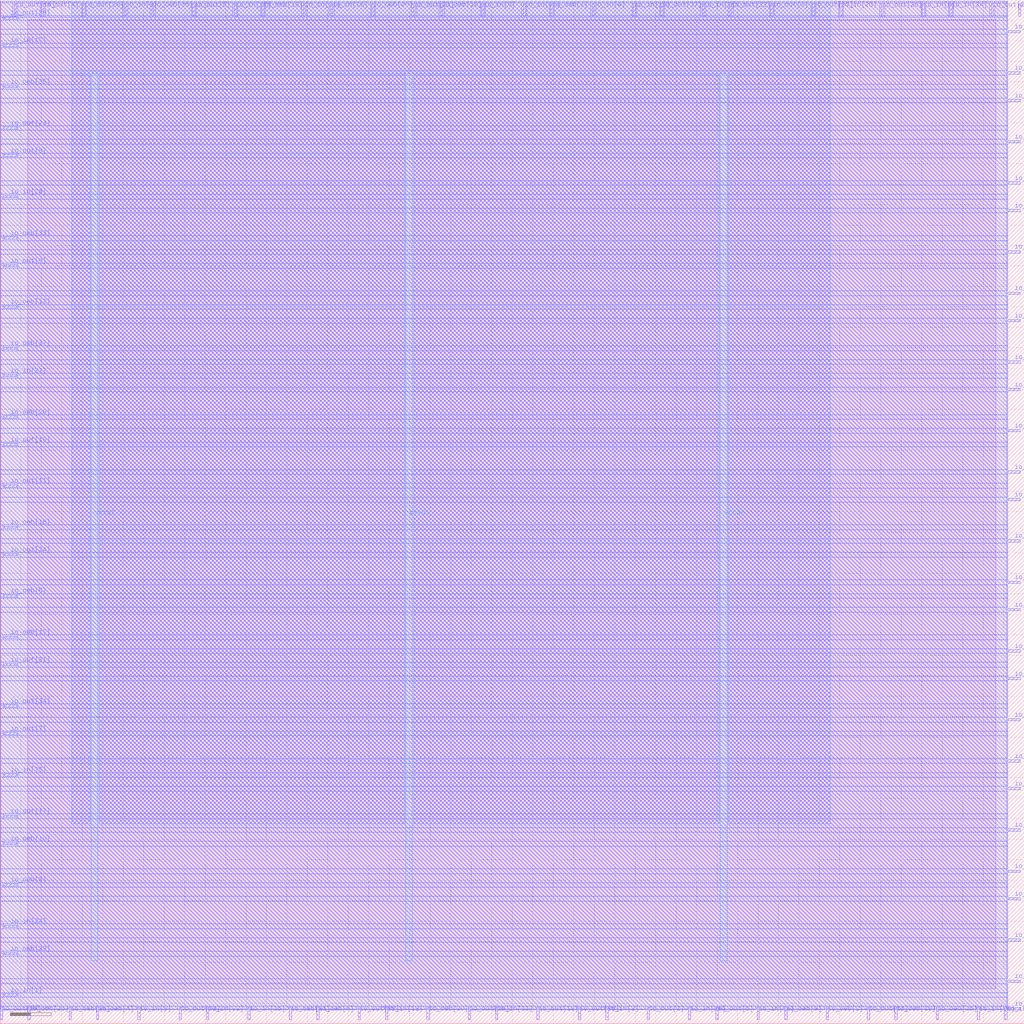
<source format=lef>
VERSION 5.7 ;
  NOWIREEXTENSIONATPIN ON ;
  DIVIDERCHAR "/" ;
  BUSBITCHARS "[]" ;
MACRO tiny_user_project
  CLASS BLOCK ;
  FOREIGN tiny_user_project ;
  ORIGIN 0.000 0.000 ;
  SIZE 250.000 BY 250.000 ;
  PIN io_in[0]
    DIRECTION INPUT ;
    USE SIGNAL ;
    PORT
      LAYER Metal2 ;
        RECT 117.600 246.000 118.160 249.000 ;
    END
  END io_in[0]
  PIN io_in[10]
    DIRECTION INPUT ;
    USE SIGNAL ;
    PORT
      LAYER Metal2 ;
        RECT 248.640 246.000 249.200 249.000 ;
    END
  END io_in[10]
  PIN io_in[11]
    DIRECTION INPUT ;
    USE SIGNAL ;
    PORT
      LAYER Metal2 ;
        RECT 120.960 1.000 121.520 4.000 ;
    END
  END io_in[11]
  PIN io_in[12]
    DIRECTION INPUT ;
    USE SIGNAL ;
    PORT
      LAYER Metal2 ;
        RECT 57.120 246.000 57.680 249.000 ;
    END
  END io_in[12]
  PIN io_in[13]
    DIRECTION INPUT ;
    USE SIGNAL ;
    PORT
      LAYER Metal2 ;
        RECT 245.280 1.000 245.840 4.000 ;
    END
  END io_in[13]
  PIN io_in[14]
    DIRECTION INPUT ;
    USE SIGNAL ;
    PORT
      LAYER Metal3 ;
        RECT 246.000 215.040 249.000 215.600 ;
    END
  END io_in[14]
  PIN io_in[15]
    DIRECTION INPUT ;
    USE SIGNAL ;
    PORT
      LAYER Metal2 ;
        RECT 184.800 1.000 185.360 4.000 ;
    END
  END io_in[15]
  PIN io_in[16]
    DIRECTION INPUT ;
    USE SIGNAL ;
    PORT
      LAYER Metal2 ;
        RECT 60.480 1.000 61.040 4.000 ;
    END
  END io_in[16]
  PIN io_in[17]
    DIRECTION INPUT ;
    USE SIGNAL ;
    PORT
      LAYER Metal3 ;
        RECT 1.000 238.560 4.000 239.120 ;
    END
  END io_in[17]
  PIN io_in[18]
    DIRECTION INPUT ;
    USE SIGNAL ;
    PORT
      LAYER Metal2 ;
        RECT 94.080 1.000 94.640 4.000 ;
    END
  END io_in[18]
  PIN io_in[19]
    DIRECTION INPUT ;
    USE SIGNAL ;
    PORT
      LAYER Metal2 ;
        RECT 154.560 246.000 155.120 249.000 ;
    END
  END io_in[19]
  PIN io_in[1]
    DIRECTION INPUT ;
    USE SIGNAL ;
    PORT
      LAYER Metal3 ;
        RECT 1.000 6.720 4.000 7.280 ;
    END
  END io_in[1]
  PIN io_in[20]
    DIRECTION INPUT ;
    USE SIGNAL ;
    PORT
      LAYER Metal2 ;
        RECT 168.000 1.000 168.560 4.000 ;
    END
  END io_in[20]
  PIN io_in[21]
    DIRECTION INPUT ;
    USE SIGNAL ;
    PORT
      LAYER Metal3 ;
        RECT 1.000 157.920 4.000 158.480 ;
    END
  END io_in[21]
  PIN io_in[22]
    DIRECTION INPUT ;
    USE SIGNAL ;
    PORT
      LAYER Metal3 ;
        RECT 246.000 100.800 249.000 101.360 ;
    END
  END io_in[22]
  PIN io_in[23]
    DIRECTION INPUT ;
    USE SIGNAL ;
    PORT
      LAYER Metal3 ;
        RECT 246.000 231.840 249.000 232.400 ;
    END
  END io_in[23]
  PIN io_in[24]
    DIRECTION INPUT ;
    USE SIGNAL ;
    PORT
      LAYER Metal3 ;
        RECT 1.000 23.520 4.000 24.080 ;
    END
  END io_in[24]
  PIN io_in[25]
    DIRECTION INPUT ;
    USE SIGNAL ;
    PORT
      LAYER Metal2 ;
        RECT 204.960 246.000 205.520 249.000 ;
    END
  END io_in[25]
  PIN io_in[26]
    DIRECTION INPUT ;
    USE SIGNAL ;
    PORT
      LAYER Metal3 ;
        RECT 1.000 201.600 4.000 202.160 ;
    END
  END io_in[26]
  PIN io_in[27]
    DIRECTION INPUT ;
    USE SIGNAL ;
    PORT
      LAYER Metal3 ;
        RECT 246.000 73.920 249.000 74.480 ;
    END
  END io_in[27]
  PIN io_in[28]
    DIRECTION INPUT ;
    USE SIGNAL ;
    PORT
      LAYER Metal3 ;
        RECT 246.000 204.960 249.000 205.520 ;
    END
  END io_in[28]
  PIN io_in[29]
    DIRECTION INPUT ;
    USE SIGNAL ;
    PORT
      LAYER Metal2 ;
        RECT 238.560 1.000 239.120 4.000 ;
    END
  END io_in[29]
  PIN io_in[2]
    DIRECTION INPUT ;
    USE SIGNAL ;
    PORT
      LAYER Metal2 ;
        RECT 147.840 1.000 148.400 4.000 ;
    END
  END io_in[2]
  PIN io_in[30]
    DIRECTION INPUT ;
    USE SIGNAL ;
    PORT
      LAYER Metal3 ;
        RECT 246.000 20.160 249.000 20.720 ;
    END
  END io_in[30]
  PIN io_in[31]
    DIRECTION INPUT ;
    USE SIGNAL ;
    PORT
      LAYER Metal2 ;
        RECT 73.920 246.000 74.480 249.000 ;
    END
  END io_in[31]
  PIN io_in[32]
    DIRECTION INPUT ;
    USE SIGNAL ;
    PORT
      LAYER Metal2 ;
        RECT 50.400 1.000 50.960 4.000 ;
    END
  END io_in[32]
  PIN io_in[33]
    DIRECTION INPUT ;
    USE SIGNAL ;
    PORT
      LAYER Metal2 ;
        RECT 127.680 246.000 128.240 249.000 ;
    END
  END io_in[33]
  PIN io_in[34]
    DIRECTION INPUT ;
    USE SIGNAL ;
    PORT
      LAYER Metal2 ;
        RECT 231.840 246.000 232.400 249.000 ;
    END
  END io_in[34]
  PIN io_in[35]
    DIRECTION INPUT ;
    USE SIGNAL ;
    PORT
      LAYER Metal3 ;
        RECT 1.000 60.480 4.000 61.040 ;
    END
  END io_in[35]
  PIN io_in[36]
    DIRECTION INPUT ;
    USE SIGNAL ;
    PORT
      LAYER Metal2 ;
        RECT 80.640 246.000 81.200 249.000 ;
    END
  END io_in[36]
  PIN io_in[37]
    DIRECTION INPUT ;
    USE SIGNAL ;
    PORT
      LAYER Metal3 ;
        RECT 246.000 225.120 249.000 225.680 ;
    END
  END io_in[37]
  PIN io_in[3]
    DIRECTION INPUT ;
    USE SIGNAL ;
    PORT
      LAYER Metal3 ;
        RECT 246.000 127.680 249.000 128.240 ;
    END
  END io_in[3]
  PIN io_in[4]
    DIRECTION INPUT ;
    USE SIGNAL ;
    PORT
      LAYER Metal2 ;
        RECT 144.480 246.000 145.040 249.000 ;
    END
  END io_in[4]
  PIN io_in[5]
    DIRECTION INPUT ;
    USE SIGNAL ;
    PORT
      LAYER Metal2 ;
        RECT 33.600 1.000 34.160 4.000 ;
    END
  END io_in[5]
  PIN io_in[6]
    DIRECTION INPUT ;
    USE SIGNAL ;
    PORT
      LAYER Metal2 ;
        RECT 225.120 246.000 225.680 249.000 ;
    END
  END io_in[6]
  PIN io_in[7]
    DIRECTION INPUT ;
    USE SIGNAL ;
    PORT
      LAYER Metal2 ;
        RECT 171.360 246.000 171.920 249.000 ;
    END
  END io_in[7]
  PIN io_in[8]
    DIRECTION INPUT ;
    USE SIGNAL ;
    PORT
      LAYER Metal2 ;
        RECT 30.240 246.000 30.800 249.000 ;
    END
  END io_in[8]
  PIN io_in[9]
    DIRECTION INPUT ;
    USE SIGNAL ;
    PORT
      LAYER Metal3 ;
        RECT 246.000 241.920 249.000 242.480 ;
    END
  END io_in[9]
  PIN io_oeb[0]
    DIRECTION OUTPUT TRISTATE ;
    USE SIGNAL ;
    PORT
      LAYER Metal2 ;
        RECT 77.280 1.000 77.840 4.000 ;
    END
  END io_oeb[0]
  PIN io_oeb[10]
    DIRECTION OUTPUT TRISTATE ;
    USE SIGNAL ;
    PORT
      LAYER Metal3 ;
        RECT 1.000 43.680 4.000 44.240 ;
    END
  END io_oeb[10]
  PIN io_oeb[11]
    DIRECTION OUTPUT TRISTATE ;
    USE SIGNAL ;
    PORT
      LAYER Metal3 ;
        RECT 246.000 171.360 249.000 171.920 ;
    END
  END io_oeb[11]
  PIN io_oeb[12]
    DIRECTION OUTPUT TRISTATE ;
    USE SIGNAL ;
    PORT
      LAYER Metal3 ;
        RECT 1.000 174.720 4.000 175.280 ;
    END
  END io_oeb[12]
  PIN io_oeb[13]
    DIRECTION OUTPUT TRISTATE ;
    USE SIGNAL ;
    PORT
      LAYER Metal3 ;
        RECT 1.000 94.080 4.000 94.640 ;
    END
  END io_oeb[13]
  PIN io_oeb[14]
    DIRECTION OUTPUT TRISTATE ;
    USE SIGNAL ;
    PORT
      LAYER Metal3 ;
        RECT 246.000 57.120 249.000 57.680 ;
    END
  END io_oeb[14]
  PIN io_oeb[15]
    DIRECTION OUTPUT TRISTATE ;
    USE SIGNAL ;
    PORT
      LAYER Metal2 ;
        RECT 218.400 1.000 218.960 4.000 ;
    END
  END io_oeb[15]
  PIN io_oeb[16]
    DIRECTION OUTPUT TRISTATE ;
    USE SIGNAL ;
    PORT
      LAYER Metal3 ;
        RECT 1.000 120.960 4.000 121.520 ;
    END
  END io_oeb[16]
  PIN io_oeb[17]
    DIRECTION OUTPUT TRISTATE ;
    USE SIGNAL ;
    PORT
      LAYER Metal3 ;
        RECT 246.000 134.400 249.000 134.960 ;
    END
  END io_oeb[17]
  PIN io_oeb[18]
    DIRECTION OUTPUT TRISTATE ;
    USE SIGNAL ;
    PORT
      LAYER Metal2 ;
        RECT 107.520 246.000 108.080 249.000 ;
    END
  END io_oeb[18]
  PIN io_oeb[19]
    DIRECTION OUTPUT TRISTATE ;
    USE SIGNAL ;
    PORT
      LAYER Metal2 ;
        RECT 63.840 246.000 64.400 249.000 ;
    END
  END io_oeb[19]
  PIN io_oeb[1]
    DIRECTION OUTPUT TRISTATE ;
    USE SIGNAL ;
    PORT
      LAYER Metal2 ;
        RECT 134.400 246.000 134.960 249.000 ;
    END
  END io_oeb[1]
  PIN io_oeb[20]
    DIRECTION OUTPUT TRISTATE ;
    USE SIGNAL ;
    PORT
      LAYER Metal2 ;
        RECT 90.720 246.000 91.280 249.000 ;
    END
  END io_oeb[20]
  PIN io_oeb[21]
    DIRECTION OUTPUT TRISTATE ;
    USE SIGNAL ;
    PORT
      LAYER Metal2 ;
        RECT 70.560 1.000 71.120 4.000 ;
    END
  END io_oeb[21]
  PIN io_oeb[22]
    DIRECTION OUTPUT TRISTATE ;
    USE SIGNAL ;
    PORT
      LAYER Metal3 ;
        RECT 246.000 63.840 249.000 64.400 ;
    END
  END io_oeb[22]
  PIN io_oeb[23]
    DIRECTION OUTPUT TRISTATE ;
    USE SIGNAL ;
    PORT
      LAYER Metal3 ;
        RECT 246.000 30.240 249.000 30.800 ;
    END
  END io_oeb[23]
  PIN io_oeb[24]
    DIRECTION OUTPUT TRISTATE ;
    USE SIGNAL ;
    PORT
      LAYER Metal3 ;
        RECT 246.000 161.280 249.000 161.840 ;
    END
  END io_oeb[24]
  PIN io_oeb[25]
    DIRECTION OUTPUT TRISTATE ;
    USE SIGNAL ;
    PORT
      LAYER Metal2 ;
        RECT 16.800 1.000 17.360 4.000 ;
    END
  END io_oeb[25]
  PIN io_oeb[26]
    DIRECTION OUTPUT TRISTATE ;
    USE SIGNAL ;
    PORT
      LAYER Metal2 ;
        RECT 228.480 1.000 229.040 4.000 ;
    END
  END io_oeb[26]
  PIN io_oeb[27]
    DIRECTION OUTPUT TRISTATE ;
    USE SIGNAL ;
    PORT
      LAYER Metal3 ;
        RECT 246.000 47.040 249.000 47.600 ;
    END
  END io_oeb[27]
  PIN io_oeb[28]
    DIRECTION OUTPUT TRISTATE ;
    USE SIGNAL ;
    PORT
      LAYER Metal3 ;
        RECT 1.000 147.840 4.000 148.400 ;
    END
  END io_oeb[28]
  PIN io_oeb[29]
    DIRECTION OUTPUT TRISTATE ;
    USE SIGNAL ;
    PORT
      LAYER Metal3 ;
        RECT 1.000 16.800 4.000 17.360 ;
    END
  END io_oeb[29]
  PIN io_oeb[2]
    DIRECTION OUTPUT TRISTATE ;
    USE SIGNAL ;
    PORT
      LAYER Metal2 ;
        RECT 201.600 1.000 202.160 4.000 ;
    END
  END io_oeb[2]
  PIN io_oeb[30]
    DIRECTION OUTPUT TRISTATE ;
    USE SIGNAL ;
    PORT
      LAYER Metal2 ;
        RECT 104.160 1.000 104.720 4.000 ;
    END
  END io_oeb[30]
  PIN io_oeb[31]
    DIRECTION OUTPUT TRISTATE ;
    USE SIGNAL ;
    PORT
      LAYER Metal3 ;
        RECT 246.000 84.000 249.000 84.560 ;
    END
  END io_oeb[31]
  PIN io_oeb[32]
    DIRECTION OUTPUT TRISTATE ;
    USE SIGNAL ;
    PORT
      LAYER Metal3 ;
        RECT 246.000 188.160 249.000 188.720 ;
    END
  END io_oeb[32]
  PIN io_oeb[33]
    DIRECTION OUTPUT TRISTATE ;
    USE SIGNAL ;
    PORT
      LAYER Metal3 ;
        RECT 1.000 191.520 4.000 192.080 ;
    END
  END io_oeb[33]
  PIN io_oeb[34]
    DIRECTION OUTPUT TRISTATE ;
    USE SIGNAL ;
    PORT
      LAYER Metal3 ;
        RECT 246.000 10.080 249.000 10.640 ;
    END
  END io_oeb[34]
  PIN io_oeb[35]
    DIRECTION OUTPUT TRISTATE ;
    USE SIGNAL ;
    PORT
      LAYER Metal3 ;
        RECT 1.000 228.480 4.000 229.040 ;
    END
  END io_oeb[35]
  PIN io_oeb[36]
    DIRECTION OUTPUT TRISTATE ;
    USE SIGNAL ;
    PORT
      LAYER Metal2 ;
        RECT 36.960 246.000 37.520 249.000 ;
    END
  END io_oeb[36]
  PIN io_oeb[37]
    DIRECTION OUTPUT TRISTATE ;
    USE SIGNAL ;
    PORT
      LAYER Metal3 ;
        RECT 1.000 164.640 4.000 165.200 ;
    END
  END io_oeb[37]
  PIN io_oeb[3]
    DIRECTION OUTPUT TRISTATE ;
    USE SIGNAL ;
    PORT
      LAYER Metal3 ;
        RECT 1.000 33.600 4.000 34.160 ;
    END
  END io_oeb[3]
  PIN io_oeb[4]
    DIRECTION OUTPUT TRISTATE ;
    USE SIGNAL ;
    PORT
      LAYER Metal2 ;
        RECT 23.520 1.000 24.080 4.000 ;
    END
  END io_oeb[4]
  PIN io_oeb[5]
    DIRECTION OUTPUT TRISTATE ;
    USE SIGNAL ;
    PORT
      LAYER Metal3 ;
        RECT 1.000 104.160 4.000 104.720 ;
    END
  END io_oeb[5]
  PIN io_oeb[6]
    DIRECTION OUTPUT TRISTATE ;
    USE SIGNAL ;
    PORT
      LAYER Metal3 ;
        RECT 246.000 3.360 249.000 3.920 ;
    END
  END io_oeb[6]
  PIN io_oeb[7]
    DIRECTION OUTPUT TRISTATE ;
    USE SIGNAL ;
    PORT
      LAYER Metal3 ;
        RECT 246.000 144.480 249.000 145.040 ;
    END
  END io_oeb[7]
  PIN io_oeb[8]
    DIRECTION OUTPUT TRISTATE ;
    USE SIGNAL ;
    PORT
      LAYER Metal3 ;
        RECT 246.000 90.720 249.000 91.280 ;
    END
  END io_oeb[8]
  PIN io_oeb[9]
    DIRECTION OUTPUT TRISTATE ;
    USE SIGNAL ;
    PORT
      LAYER Metal2 ;
        RECT 191.520 1.000 192.080 4.000 ;
    END
  END io_oeb[9]
  PIN io_out[0]
    DIRECTION OUTPUT TRISTATE ;
    USE SIGNAL ;
    PORT
      LAYER Metal3 ;
        RECT 1.000 184.800 4.000 185.360 ;
    END
  END io_out[0]
  PIN io_out[10]
    DIRECTION OUTPUT TRISTATE ;
    USE SIGNAL ;
    PORT
      LAYER Metal3 ;
        RECT 1.000 141.120 4.000 141.680 ;
    END
  END io_out[10]
  PIN io_out[11]
    DIRECTION OUTPUT TRISTATE ;
    USE SIGNAL ;
    PORT
      LAYER Metal3 ;
        RECT 1.000 131.040 4.000 131.600 ;
    END
  END io_out[11]
  PIN io_out[12]
    DIRECTION OUTPUT TRISTATE ;
    USE SIGNAL ;
    PORT
      LAYER Metal3 ;
        RECT 246.000 107.520 249.000 108.080 ;
    END
  END io_out[12]
  PIN io_out[13]
    DIRECTION OUTPUT TRISTATE ;
    USE SIGNAL ;
    PORT
      LAYER Metal3 ;
        RECT 246.000 178.080 249.000 178.640 ;
    END
  END io_out[13]
  PIN io_out[14]
    DIRECTION OUTPUT TRISTATE ;
    USE SIGNAL ;
    PORT
      LAYER Metal2 ;
        RECT 211.680 1.000 212.240 4.000 ;
    END
  END io_out[14]
  PIN io_out[15]
    DIRECTION OUTPUT TRISTATE ;
    USE SIGNAL ;
    PORT
      LAYER Metal3 ;
        RECT 246.000 198.240 249.000 198.800 ;
    END
  END io_out[15]
  PIN io_out[16]
    DIRECTION OUTPUT TRISTATE ;
    USE SIGNAL ;
    PORT
      LAYER Metal2 ;
        RECT 3.360 246.000 3.920 249.000 ;
    END
  END io_out[16]
  PIN io_out[17]
    DIRECTION OUTPUT TRISTATE ;
    USE SIGNAL ;
    PORT
      LAYER Metal3 ;
        RECT 1.000 50.400 4.000 50.960 ;
    END
  END io_out[17]
  PIN io_out[18]
    DIRECTION OUTPUT TRISTATE ;
    USE SIGNAL ;
    PORT
      LAYER Metal2 ;
        RECT 131.040 1.000 131.600 4.000 ;
    END
  END io_out[18]
  PIN io_out[19]
    DIRECTION OUTPUT TRISTATE ;
    USE SIGNAL ;
    PORT
      LAYER Metal2 ;
        RECT 0.000 1.000 0.560 4.000 ;
    END
  END io_out[19]
  PIN io_out[1]
    DIRECTION OUTPUT TRISTATE ;
    USE SIGNAL ;
    PORT
      LAYER Metal2 ;
        RECT 157.920 1.000 158.480 4.000 ;
    END
  END io_out[1]
  PIN io_out[20]
    DIRECTION OUTPUT TRISTATE ;
    USE SIGNAL ;
    PORT
      LAYER Metal2 ;
        RECT 20.160 246.000 20.720 249.000 ;
    END
  END io_out[20]
  PIN io_out[21]
    DIRECTION OUTPUT TRISTATE ;
    USE SIGNAL ;
    PORT
      LAYER Metal2 ;
        RECT 100.800 246.000 101.360 249.000 ;
    END
  END io_out[21]
  PIN io_out[22]
    DIRECTION OUTPUT TRISTATE ;
    USE SIGNAL ;
    PORT
      LAYER Metal2 ;
        RECT 178.080 246.000 178.640 249.000 ;
    END
  END io_out[22]
  PIN io_out[23]
    DIRECTION OUTPUT TRISTATE ;
    USE SIGNAL ;
    PORT
      LAYER Metal3 ;
        RECT 1.000 218.400 4.000 218.960 ;
    END
  END io_out[23]
  PIN io_out[24]
    DIRECTION OUTPUT TRISTATE ;
    USE SIGNAL ;
    PORT
      LAYER Metal3 ;
        RECT 1.000 114.240 4.000 114.800 ;
    END
  END io_out[24]
  PIN io_out[25]
    DIRECTION OUTPUT TRISTATE ;
    USE SIGNAL ;
    PORT
      LAYER Metal2 ;
        RECT 6.720 1.000 7.280 4.000 ;
    END
  END io_out[25]
  PIN io_out[26]
    DIRECTION OUTPUT TRISTATE ;
    USE SIGNAL ;
    PORT
      LAYER Metal2 ;
        RECT 215.040 246.000 215.600 249.000 ;
    END
  END io_out[26]
  PIN io_out[27]
    DIRECTION OUTPUT TRISTATE ;
    USE SIGNAL ;
    PORT
      LAYER Metal2 ;
        RECT 161.280 246.000 161.840 249.000 ;
    END
  END io_out[27]
  PIN io_out[28]
    DIRECTION OUTPUT TRISTATE ;
    USE SIGNAL ;
    PORT
      LAYER Metal2 ;
        RECT 114.240 1.000 114.800 4.000 ;
    END
  END io_out[28]
  PIN io_out[29]
    DIRECTION OUTPUT TRISTATE ;
    USE SIGNAL ;
    PORT
      LAYER Metal2 ;
        RECT 241.920 246.000 242.480 249.000 ;
    END
  END io_out[29]
  PIN io_out[2]
    DIRECTION OUTPUT TRISTATE ;
    USE SIGNAL ;
    PORT
      LAYER Metal3 ;
        RECT 246.000 36.960 249.000 37.520 ;
    END
  END io_out[2]
  PIN io_out[30]
    DIRECTION OUTPUT TRISTATE ;
    USE SIGNAL ;
    PORT
      LAYER Metal3 ;
        RECT 1.000 245.280 4.000 245.840 ;
    END
  END io_out[30]
  PIN io_out[31]
    DIRECTION OUTPUT TRISTATE ;
    USE SIGNAL ;
    PORT
      LAYER Metal3 ;
        RECT 1.000 87.360 4.000 87.920 ;
    END
  END io_out[31]
  PIN io_out[32]
    DIRECTION OUTPUT TRISTATE ;
    USE SIGNAL ;
    PORT
      LAYER Metal2 ;
        RECT 43.680 1.000 44.240 4.000 ;
    END
  END io_out[32]
  PIN io_out[33]
    DIRECTION OUTPUT TRISTATE ;
    USE SIGNAL ;
    PORT
      LAYER Metal2 ;
        RECT 87.360 1.000 87.920 4.000 ;
    END
  END io_out[33]
  PIN io_out[34]
    DIRECTION OUTPUT TRISTATE ;
    USE SIGNAL ;
    PORT
      LAYER Metal3 ;
        RECT 1.000 77.280 4.000 77.840 ;
    END
  END io_out[34]
  PIN io_out[35]
    DIRECTION OUTPUT TRISTATE ;
    USE SIGNAL ;
    PORT
      LAYER Metal3 ;
        RECT 246.000 154.560 249.000 155.120 ;
    END
  END io_out[35]
  PIN io_out[36]
    DIRECTION OUTPUT TRISTATE ;
    USE SIGNAL ;
    PORT
      LAYER Metal2 ;
        RECT 141.120 1.000 141.680 4.000 ;
    END
  END io_out[36]
  PIN io_out[37]
    DIRECTION OUTPUT TRISTATE ;
    USE SIGNAL ;
    PORT
      LAYER Metal2 ;
        RECT 198.240 246.000 198.800 249.000 ;
    END
  END io_out[37]
  PIN io_out[3]
    DIRECTION OUTPUT TRISTATE ;
    USE SIGNAL ;
    PORT
      LAYER Metal2 ;
        RECT 188.160 246.000 188.720 249.000 ;
    END
  END io_out[3]
  PIN io_out[4]
    DIRECTION OUTPUT TRISTATE ;
    USE SIGNAL ;
    PORT
      LAYER Metal2 ;
        RECT 10.080 246.000 10.640 249.000 ;
    END
  END io_out[4]
  PIN io_out[5]
    DIRECTION OUTPUT TRISTATE ;
    USE SIGNAL ;
    PORT
      LAYER Metal2 ;
        RECT 47.040 246.000 47.600 249.000 ;
    END
  END io_out[5]
  PIN io_out[6]
    DIRECTION OUTPUT TRISTATE ;
    USE SIGNAL ;
    PORT
      LAYER Metal2 ;
        RECT 174.720 1.000 175.280 4.000 ;
    END
  END io_out[6]
  PIN io_out[7]
    DIRECTION OUTPUT TRISTATE ;
    USE SIGNAL ;
    PORT
      LAYER Metal3 ;
        RECT 1.000 70.560 4.000 71.120 ;
    END
  END io_out[7]
  PIN io_out[8]
    DIRECTION OUTPUT TRISTATE ;
    USE SIGNAL ;
    PORT
      LAYER Metal3 ;
        RECT 1.000 211.680 4.000 212.240 ;
    END
  END io_out[8]
  PIN io_out[9]
    DIRECTION OUTPUT TRISTATE ;
    USE SIGNAL ;
    PORT
      LAYER Metal3 ;
        RECT 246.000 117.600 249.000 118.160 ;
    END
  END io_out[9]
  PIN vccd1
    DIRECTION INOUT ;
    USE POWER ;
    PORT
      LAYER Metal4 ;
        RECT 22.240 15.380 23.840 231.580 ;
    END
    PORT
      LAYER Metal4 ;
        RECT 175.840 15.380 177.440 231.580 ;
    END
  END vccd1
  PIN vssd1
    DIRECTION INOUT ;
    USE GROUND ;
    PORT
      LAYER Metal4 ;
        RECT 99.040 15.380 100.640 231.580 ;
    END
  END vssd1
  OBS
      LAYER Metal1 ;
        RECT 6.720 8.550 243.040 245.130 ;
      LAYER Metal2 ;
        RECT 0.140 249.300 245.700 249.670 ;
        RECT 0.140 245.700 3.060 249.300 ;
        RECT 4.220 245.700 9.780 249.300 ;
        RECT 10.940 245.700 19.860 249.300 ;
        RECT 21.020 245.700 29.940 249.300 ;
        RECT 31.100 245.700 36.660 249.300 ;
        RECT 37.820 245.700 46.740 249.300 ;
        RECT 47.900 245.700 56.820 249.300 ;
        RECT 57.980 245.700 63.540 249.300 ;
        RECT 64.700 245.700 73.620 249.300 ;
        RECT 74.780 245.700 80.340 249.300 ;
        RECT 81.500 245.700 90.420 249.300 ;
        RECT 91.580 245.700 100.500 249.300 ;
        RECT 101.660 245.700 107.220 249.300 ;
        RECT 108.380 245.700 117.300 249.300 ;
        RECT 118.460 245.700 127.380 249.300 ;
        RECT 128.540 245.700 134.100 249.300 ;
        RECT 135.260 245.700 144.180 249.300 ;
        RECT 145.340 245.700 154.260 249.300 ;
        RECT 155.420 245.700 160.980 249.300 ;
        RECT 162.140 245.700 171.060 249.300 ;
        RECT 172.220 245.700 177.780 249.300 ;
        RECT 178.940 245.700 187.860 249.300 ;
        RECT 189.020 245.700 197.940 249.300 ;
        RECT 199.100 245.700 204.660 249.300 ;
        RECT 205.820 245.700 214.740 249.300 ;
        RECT 215.900 245.700 224.820 249.300 ;
        RECT 225.980 245.700 231.540 249.300 ;
        RECT 232.700 245.700 241.620 249.300 ;
        RECT 242.780 245.700 245.700 249.300 ;
        RECT 0.140 4.300 245.700 245.700 ;
        RECT 0.860 3.450 6.420 4.300 ;
        RECT 7.580 3.450 16.500 4.300 ;
        RECT 17.660 3.450 23.220 4.300 ;
        RECT 24.380 3.450 33.300 4.300 ;
        RECT 34.460 3.450 43.380 4.300 ;
        RECT 44.540 3.450 50.100 4.300 ;
        RECT 51.260 3.450 60.180 4.300 ;
        RECT 61.340 3.450 70.260 4.300 ;
        RECT 71.420 3.450 76.980 4.300 ;
        RECT 78.140 3.450 87.060 4.300 ;
        RECT 88.220 3.450 93.780 4.300 ;
        RECT 94.940 3.450 103.860 4.300 ;
        RECT 105.020 3.450 113.940 4.300 ;
        RECT 115.100 3.450 120.660 4.300 ;
        RECT 121.820 3.450 130.740 4.300 ;
        RECT 131.900 3.450 140.820 4.300 ;
        RECT 141.980 3.450 147.540 4.300 ;
        RECT 148.700 3.450 157.620 4.300 ;
        RECT 158.780 3.450 167.700 4.300 ;
        RECT 168.860 3.450 174.420 4.300 ;
        RECT 175.580 3.450 184.500 4.300 ;
        RECT 185.660 3.450 191.220 4.300 ;
        RECT 192.380 3.450 201.300 4.300 ;
        RECT 202.460 3.450 211.380 4.300 ;
        RECT 212.540 3.450 218.100 4.300 ;
        RECT 219.260 3.450 228.180 4.300 ;
        RECT 229.340 3.450 238.260 4.300 ;
        RECT 239.420 3.450 244.980 4.300 ;
      LAYER Metal3 ;
        RECT 0.090 246.140 246.000 249.620 ;
        RECT 0.090 244.980 0.700 246.140 ;
        RECT 4.300 244.980 246.000 246.140 ;
        RECT 0.090 242.780 246.000 244.980 ;
        RECT 0.090 241.620 245.700 242.780 ;
        RECT 0.090 239.420 246.000 241.620 ;
        RECT 0.090 238.260 0.700 239.420 ;
        RECT 4.300 238.260 246.000 239.420 ;
        RECT 0.090 232.700 246.000 238.260 ;
        RECT 0.090 231.540 245.700 232.700 ;
        RECT 0.090 229.340 246.000 231.540 ;
        RECT 0.090 228.180 0.700 229.340 ;
        RECT 4.300 228.180 246.000 229.340 ;
        RECT 0.090 225.980 246.000 228.180 ;
        RECT 0.090 224.820 245.700 225.980 ;
        RECT 0.090 219.260 246.000 224.820 ;
        RECT 0.090 218.100 0.700 219.260 ;
        RECT 4.300 218.100 246.000 219.260 ;
        RECT 0.090 215.900 246.000 218.100 ;
        RECT 0.090 214.740 245.700 215.900 ;
        RECT 0.090 212.540 246.000 214.740 ;
        RECT 0.090 211.380 0.700 212.540 ;
        RECT 4.300 211.380 246.000 212.540 ;
        RECT 0.090 205.820 246.000 211.380 ;
        RECT 0.090 204.660 245.700 205.820 ;
        RECT 0.090 202.460 246.000 204.660 ;
        RECT 0.090 201.300 0.700 202.460 ;
        RECT 4.300 201.300 246.000 202.460 ;
        RECT 0.090 199.100 246.000 201.300 ;
        RECT 0.090 197.940 245.700 199.100 ;
        RECT 0.090 192.380 246.000 197.940 ;
        RECT 0.090 191.220 0.700 192.380 ;
        RECT 4.300 191.220 246.000 192.380 ;
        RECT 0.090 189.020 246.000 191.220 ;
        RECT 0.090 187.860 245.700 189.020 ;
        RECT 0.090 185.660 246.000 187.860 ;
        RECT 0.090 184.500 0.700 185.660 ;
        RECT 4.300 184.500 246.000 185.660 ;
        RECT 0.090 178.940 246.000 184.500 ;
        RECT 0.090 177.780 245.700 178.940 ;
        RECT 0.090 175.580 246.000 177.780 ;
        RECT 0.090 174.420 0.700 175.580 ;
        RECT 4.300 174.420 246.000 175.580 ;
        RECT 0.090 172.220 246.000 174.420 ;
        RECT 0.090 171.060 245.700 172.220 ;
        RECT 0.090 165.500 246.000 171.060 ;
        RECT 0.090 164.340 0.700 165.500 ;
        RECT 4.300 164.340 246.000 165.500 ;
        RECT 0.090 162.140 246.000 164.340 ;
        RECT 0.090 160.980 245.700 162.140 ;
        RECT 0.090 158.780 246.000 160.980 ;
        RECT 0.090 157.620 0.700 158.780 ;
        RECT 4.300 157.620 246.000 158.780 ;
        RECT 0.090 155.420 246.000 157.620 ;
        RECT 0.090 154.260 245.700 155.420 ;
        RECT 0.090 148.700 246.000 154.260 ;
        RECT 0.090 147.540 0.700 148.700 ;
        RECT 4.300 147.540 246.000 148.700 ;
        RECT 0.090 145.340 246.000 147.540 ;
        RECT 0.090 144.180 245.700 145.340 ;
        RECT 0.090 141.980 246.000 144.180 ;
        RECT 0.090 140.820 0.700 141.980 ;
        RECT 4.300 140.820 246.000 141.980 ;
        RECT 0.090 135.260 246.000 140.820 ;
        RECT 0.090 134.100 245.700 135.260 ;
        RECT 0.090 131.900 246.000 134.100 ;
        RECT 0.090 130.740 0.700 131.900 ;
        RECT 4.300 130.740 246.000 131.900 ;
        RECT 0.090 128.540 246.000 130.740 ;
        RECT 0.090 127.380 245.700 128.540 ;
        RECT 0.090 121.820 246.000 127.380 ;
        RECT 0.090 120.660 0.700 121.820 ;
        RECT 4.300 120.660 246.000 121.820 ;
        RECT 0.090 118.460 246.000 120.660 ;
        RECT 0.090 117.300 245.700 118.460 ;
        RECT 0.090 115.100 246.000 117.300 ;
        RECT 0.090 113.940 0.700 115.100 ;
        RECT 4.300 113.940 246.000 115.100 ;
        RECT 0.090 108.380 246.000 113.940 ;
        RECT 0.090 107.220 245.700 108.380 ;
        RECT 0.090 105.020 246.000 107.220 ;
        RECT 0.090 103.860 0.700 105.020 ;
        RECT 4.300 103.860 246.000 105.020 ;
        RECT 0.090 101.660 246.000 103.860 ;
        RECT 0.090 100.500 245.700 101.660 ;
        RECT 0.090 94.940 246.000 100.500 ;
        RECT 0.090 93.780 0.700 94.940 ;
        RECT 4.300 93.780 246.000 94.940 ;
        RECT 0.090 91.580 246.000 93.780 ;
        RECT 0.090 90.420 245.700 91.580 ;
        RECT 0.090 88.220 246.000 90.420 ;
        RECT 0.090 87.060 0.700 88.220 ;
        RECT 4.300 87.060 246.000 88.220 ;
        RECT 0.090 84.860 246.000 87.060 ;
        RECT 0.090 83.700 245.700 84.860 ;
        RECT 0.090 78.140 246.000 83.700 ;
        RECT 0.090 76.980 0.700 78.140 ;
        RECT 4.300 76.980 246.000 78.140 ;
        RECT 0.090 74.780 246.000 76.980 ;
        RECT 0.090 73.620 245.700 74.780 ;
        RECT 0.090 71.420 246.000 73.620 ;
        RECT 0.090 70.260 0.700 71.420 ;
        RECT 4.300 70.260 246.000 71.420 ;
        RECT 0.090 64.700 246.000 70.260 ;
        RECT 0.090 63.540 245.700 64.700 ;
        RECT 0.090 61.340 246.000 63.540 ;
        RECT 0.090 60.180 0.700 61.340 ;
        RECT 4.300 60.180 246.000 61.340 ;
        RECT 0.090 57.980 246.000 60.180 ;
        RECT 0.090 56.820 245.700 57.980 ;
        RECT 0.090 51.260 246.000 56.820 ;
        RECT 0.090 50.100 0.700 51.260 ;
        RECT 4.300 50.100 246.000 51.260 ;
        RECT 0.090 47.900 246.000 50.100 ;
        RECT 0.090 46.740 245.700 47.900 ;
        RECT 0.090 44.540 246.000 46.740 ;
        RECT 0.090 43.380 0.700 44.540 ;
        RECT 4.300 43.380 246.000 44.540 ;
        RECT 0.090 37.820 246.000 43.380 ;
        RECT 0.090 36.660 245.700 37.820 ;
        RECT 0.090 34.460 246.000 36.660 ;
        RECT 0.090 33.300 0.700 34.460 ;
        RECT 4.300 33.300 246.000 34.460 ;
        RECT 0.090 31.100 246.000 33.300 ;
        RECT 0.090 29.940 245.700 31.100 ;
        RECT 0.090 24.380 246.000 29.940 ;
        RECT 0.090 23.220 0.700 24.380 ;
        RECT 4.300 23.220 246.000 24.380 ;
        RECT 0.090 21.020 246.000 23.220 ;
        RECT 0.090 19.860 245.700 21.020 ;
        RECT 0.090 17.660 246.000 19.860 ;
        RECT 0.090 16.500 0.700 17.660 ;
        RECT 4.300 16.500 246.000 17.660 ;
        RECT 0.090 10.940 246.000 16.500 ;
        RECT 0.090 9.780 245.700 10.940 ;
        RECT 0.090 7.580 246.000 9.780 ;
        RECT 0.090 6.420 0.700 7.580 ;
        RECT 4.300 6.420 246.000 7.580 ;
        RECT 0.090 4.220 246.000 6.420 ;
        RECT 0.090 3.500 245.700 4.220 ;
      LAYER Metal4 ;
        RECT 17.500 231.880 202.580 249.670 ;
        RECT 17.500 48.810 21.940 231.880 ;
        RECT 24.140 48.810 98.740 231.880 ;
        RECT 100.940 48.810 175.540 231.880 ;
        RECT 177.740 48.810 202.580 231.880 ;
  END
END tiny_user_project
END LIBRARY


</source>
